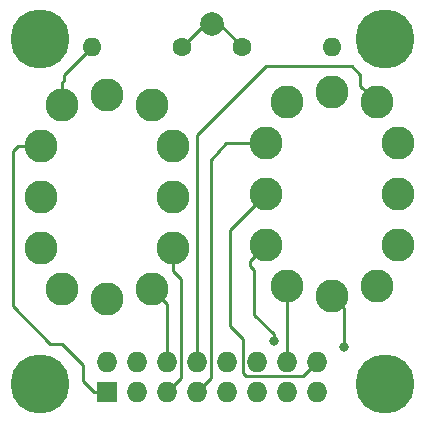
<source format=gbr>
G04 #@! TF.GenerationSoftware,KiCad,Pcbnew,5.0.2-bee76a0~70~ubuntu18.04.1*
G04 #@! TF.CreationDate,2019-11-04T11:53:34-05:00*
G04 #@! TF.ProjectId,socket,736f636b-6574-42e6-9b69-6361645f7063,rev?*
G04 #@! TF.SameCoordinates,Original*
G04 #@! TF.FileFunction,Copper,L1,Top*
G04 #@! TF.FilePolarity,Positive*
%FSLAX46Y46*%
G04 Gerber Fmt 4.6, Leading zero omitted, Abs format (unit mm)*
G04 Created by KiCad (PCBNEW 5.0.2-bee76a0~70~ubuntu18.04.1) date Mon 04 Nov 2019 11:53:34 AM EST*
%MOMM*%
%LPD*%
G01*
G04 APERTURE LIST*
G04 #@! TA.AperFunction,ComponentPad*
%ADD10C,2.794000*%
G04 #@! TD*
G04 #@! TA.AperFunction,ComponentPad*
%ADD11O,1.600000X1.600000*%
G04 #@! TD*
G04 #@! TA.AperFunction,ComponentPad*
%ADD12C,1.600000*%
G04 #@! TD*
G04 #@! TA.AperFunction,ComponentPad*
%ADD13C,2.000000*%
G04 #@! TD*
G04 #@! TA.AperFunction,ComponentPad*
%ADD14O,1.727200X1.727200*%
G04 #@! TD*
G04 #@! TA.AperFunction,ComponentPad*
%ADD15R,1.727200X1.727200*%
G04 #@! TD*
G04 #@! TA.AperFunction,ComponentPad*
%ADD16C,5.000000*%
G04 #@! TD*
G04 #@! TA.AperFunction,ViaPad*
%ADD17C,0.800000*%
G04 #@! TD*
G04 #@! TA.AperFunction,Conductor*
%ADD18C,0.250000*%
G04 #@! TD*
G04 APERTURE END LIST*
D10*
G04 #@! TO.P,J1,12*
G04 #@! TO.N,Net-(J1-Pad12)*
X36830000Y-99314000D03*
G04 #@! TO.P,J1,11*
G04 #@! TO.N,Net-(J1-Pad11)*
X40614600Y-100177600D03*
G04 #@! TO.P,J1,10*
G04 #@! TO.N,Net-(J1-Pad10)*
X42418000Y-103632000D03*
G04 #@! TO.P,J1,9*
G04 #@! TO.N,Net-(J1-Pad9)*
X42418000Y-107950000D03*
G04 #@! TO.P,J1,8*
G04 #@! TO.N,Net-(J1-Pad8)*
X42418000Y-112268000D03*
G04 #@! TO.P,J1,7*
G04 #@! TO.N,Net-(J1-Pad7)*
X40614600Y-115722400D03*
G04 #@! TO.P,J1,6*
G04 #@! TO.N,Net-(J1-Pad6)*
X36830000Y-116586000D03*
G04 #@! TO.P,J1,5*
G04 #@! TO.N,Net-(J1-Pad5)*
X33045400Y-115722400D03*
G04 #@! TO.P,J1,4*
G04 #@! TO.N,Net-(J1-Pad4)*
X31242000Y-112268000D03*
G04 #@! TO.P,J1,3*
G04 #@! TO.N,Net-(J1-Pad3)*
X31242000Y-107950000D03*
G04 #@! TO.P,J1,2*
G04 #@! TO.N,Net-(J1-Pad2)*
X31242000Y-103632000D03*
G04 #@! TO.P,J1,1*
G04 #@! TO.N,Net-(J1-Pad1)*
X33045400Y-100177600D03*
G04 #@! TD*
G04 #@! TO.P,J2,12*
G04 #@! TO.N,Net-(J2-Pad12)*
X55880000Y-99060000D03*
G04 #@! TO.P,J2,11*
G04 #@! TO.N,Net-(J2-Pad11)*
X59664600Y-99923600D03*
G04 #@! TO.P,J2,10*
G04 #@! TO.N,Net-(J2-Pad10)*
X61468000Y-103378000D03*
G04 #@! TO.P,J2,9*
G04 #@! TO.N,Net-(J2-Pad9)*
X61468000Y-107696000D03*
G04 #@! TO.P,J2,8*
G04 #@! TO.N,Net-(J2-Pad8)*
X61468000Y-112014000D03*
G04 #@! TO.P,J2,7*
G04 #@! TO.N,Net-(J2-Pad7)*
X59664600Y-115468400D03*
G04 #@! TO.P,J2,6*
G04 #@! TO.N,Net-(J2-Pad6)*
X55880000Y-116332000D03*
G04 #@! TO.P,J2,5*
G04 #@! TO.N,Net-(J2-Pad5)*
X52095400Y-115468400D03*
G04 #@! TO.P,J2,4*
G04 #@! TO.N,Net-(J2-Pad4)*
X50292000Y-112014000D03*
G04 #@! TO.P,J2,3*
G04 #@! TO.N,Net-(J2-Pad3)*
X50292000Y-107696000D03*
G04 #@! TO.P,J2,2*
G04 #@! TO.N,Net-(J2-Pad2)*
X50292000Y-103378000D03*
G04 #@! TO.P,J2,1*
G04 #@! TO.N,Net-(J2-Pad1)*
X52095400Y-99923600D03*
G04 #@! TD*
D11*
G04 #@! TO.P,R1,2*
G04 #@! TO.N,Net-(J1-Pad1)*
X35560000Y-95250000D03*
D12*
G04 #@! TO.P,R1,1*
G04 #@! TO.N,Net-(J3-Pad1)*
X43180000Y-95250000D03*
G04 #@! TD*
D11*
G04 #@! TO.P,R2,2*
G04 #@! TO.N,Net-(J2-Pad1)*
X55880000Y-95250000D03*
D12*
G04 #@! TO.P,R2,1*
G04 #@! TO.N,Net-(J3-Pad1)*
X48260000Y-95250000D03*
G04 #@! TD*
D13*
G04 #@! TO.P,J3,1*
G04 #@! TO.N,Net-(J3-Pad1)*
X45720000Y-93345000D03*
G04 #@! TD*
D14*
G04 #@! TO.P,J4,16*
G04 #@! TO.N,Net-(J2-Pad3)*
X54610000Y-121920000D03*
G04 #@! TO.P,J4,15*
G04 #@! TO.N,Net-(J2-Pad4)*
X54610000Y-124460000D03*
G04 #@! TO.P,J4,14*
G04 #@! TO.N,Net-(J2-Pad5)*
X52070000Y-121920000D03*
G04 #@! TO.P,J4,13*
G04 #@! TO.N,Net-(J2-Pad6)*
X52070000Y-124460000D03*
G04 #@! TO.P,J4,12*
G04 #@! TO.N,Net-(J2-Pad7)*
X49530000Y-121920000D03*
G04 #@! TO.P,J4,11*
G04 #@! TO.N,Net-(J2-Pad8)*
X49530000Y-124460000D03*
G04 #@! TO.P,J4,10*
G04 #@! TO.N,Net-(J2-Pad9)*
X46990000Y-121920000D03*
G04 #@! TO.P,J4,9*
G04 #@! TO.N,Net-(J2-Pad10)*
X46990000Y-124460000D03*
G04 #@! TO.P,J4,8*
G04 #@! TO.N,Net-(J2-Pad11)*
X44450000Y-121920000D03*
G04 #@! TO.P,J4,7*
G04 #@! TO.N,Net-(J2-Pad2)*
X44450000Y-124460000D03*
G04 #@! TO.P,J4,6*
G04 #@! TO.N,Net-(J1-Pad7)*
X41910000Y-121920000D03*
G04 #@! TO.P,J4,5*
G04 #@! TO.N,Net-(J1-Pad8)*
X41910000Y-124460000D03*
G04 #@! TO.P,J4,4*
G04 #@! TO.N,Net-(J1-Pad9)*
X39370000Y-121920000D03*
G04 #@! TO.P,J4,3*
G04 #@! TO.N,Net-(J1-Pad10)*
X39370000Y-124460000D03*
G04 #@! TO.P,J4,2*
G04 #@! TO.N,Net-(J1-Pad11)*
X36830000Y-121920000D03*
D15*
G04 #@! TO.P,J4,1*
G04 #@! TO.N,Net-(J1-Pad2)*
X36830000Y-124460000D03*
G04 #@! TD*
D16*
G04 #@! TO.P,x1,1*
G04 #@! TO.N,N/C*
X60325000Y-94615000D03*
G04 #@! TD*
G04 #@! TO.P,REF\002A\002A,1*
G04 #@! TO.N,N/C*
X31115000Y-94615000D03*
G04 #@! TD*
G04 #@! TO.P,REF\002A\002A,1*
G04 #@! TO.N,N/C*
X60325000Y-123825000D03*
G04 #@! TD*
G04 #@! TO.P,REF\002A\002A,1*
G04 #@! TO.N,N/C*
X31115000Y-123825000D03*
G04 #@! TD*
D17*
G04 #@! TO.N,Net-(J2-Pad6)*
X56896000Y-120650000D03*
G04 #@! TO.N,Net-(J2-Pad4)*
X50927000Y-120142000D03*
G04 #@! TD*
D18*
G04 #@! TO.N,Net-(J1-Pad1)*
X33045400Y-98201944D02*
X33147000Y-98100344D01*
X33045400Y-100177600D02*
X33045400Y-98201944D01*
X33147000Y-97663000D02*
X35560000Y-95250000D01*
X33147000Y-98100344D02*
X33147000Y-97663000D01*
G04 #@! TO.N,Net-(J1-Pad2)*
X29266344Y-103632000D02*
X28829000Y-104069344D01*
X31242000Y-103632000D02*
X29266344Y-103632000D01*
X28829000Y-104069344D02*
X28829000Y-117221000D01*
X28829000Y-117221000D02*
X32004000Y-120396000D01*
X32004000Y-120396000D02*
X33020000Y-120396000D01*
X33020000Y-120396000D02*
X34798000Y-122174000D01*
X35716400Y-124460000D02*
X36830000Y-124460000D01*
X34798000Y-123541600D02*
X35716400Y-124460000D01*
X34798000Y-122174000D02*
X34798000Y-123541600D01*
G04 #@! TO.N,Net-(J1-Pad7)*
X41910000Y-117017800D02*
X40614600Y-115722400D01*
X41910000Y-121920000D02*
X41910000Y-117017800D01*
G04 #@! TO.N,Net-(J1-Pad8)*
X43098601Y-114924257D02*
X42418000Y-114243656D01*
X43098601Y-123271399D02*
X43098601Y-114924257D01*
X42418000Y-114243656D02*
X42418000Y-112268000D01*
X41910000Y-124460000D02*
X43098601Y-123271399D01*
G04 #@! TO.N,Net-(J2-Pad11)*
X58267601Y-97637601D02*
X57531000Y-96901000D01*
X44450000Y-102743000D02*
X44450000Y-121920000D01*
X57531000Y-96901000D02*
X50292000Y-96901000D01*
X59664600Y-99923600D02*
X58267601Y-98526601D01*
X50292000Y-96901000D02*
X44450000Y-102743000D01*
X58267601Y-98526601D02*
X58267601Y-97637601D01*
G04 #@! TO.N,Net-(J2-Pad6)*
X56896000Y-117348000D02*
X55880000Y-116332000D01*
X56896000Y-120650000D02*
X56896000Y-117348000D01*
G04 #@! TO.N,Net-(J2-Pad5)*
X52070000Y-115493800D02*
X52095400Y-115468400D01*
X52070000Y-121920000D02*
X52070000Y-115493800D01*
G04 #@! TO.N,Net-(J2-Pad4)*
X50927000Y-119576315D02*
X49276000Y-117925315D01*
X50927000Y-120142000D02*
X50927000Y-119576315D01*
X49276000Y-117925315D02*
X49276000Y-114173000D01*
X48895001Y-113410999D02*
X50292000Y-112014000D01*
X48895001Y-113792001D02*
X48895001Y-113410999D01*
X49276000Y-114173000D02*
X48895001Y-113792001D01*
G04 #@! TO.N,Net-(J2-Pad3)*
X47244000Y-110744000D02*
X47244000Y-118872000D01*
X50292000Y-107696000D02*
X47244000Y-110744000D01*
X48341399Y-119969399D02*
X48341399Y-122890399D01*
X47244000Y-118872000D02*
X48341399Y-119969399D01*
X53746401Y-122783599D02*
X54610000Y-121920000D01*
X53421399Y-123108601D02*
X53746401Y-122783599D01*
X48559601Y-123108601D02*
X53421399Y-123108601D01*
X48341399Y-122890399D02*
X48559601Y-123108601D01*
G04 #@! TO.N,Net-(J2-Pad2)*
X45313599Y-123596401D02*
X44450000Y-124460000D01*
X45638601Y-123271399D02*
X45313599Y-123596401D01*
X45638601Y-104820601D02*
X45638601Y-123271399D01*
X50292000Y-103378000D02*
X46863000Y-103378000D01*
X46863000Y-103378000D02*
X45638601Y-104820601D01*
G04 #@! TO.N,Net-(J3-Pad1)*
X45085000Y-93345000D02*
X45720000Y-93345000D01*
X43180000Y-95250000D02*
X45085000Y-93345000D01*
X46355000Y-93345000D02*
X45720000Y-93345000D01*
X48260000Y-95250000D02*
X46355000Y-93345000D01*
G04 #@! TD*
M02*

</source>
